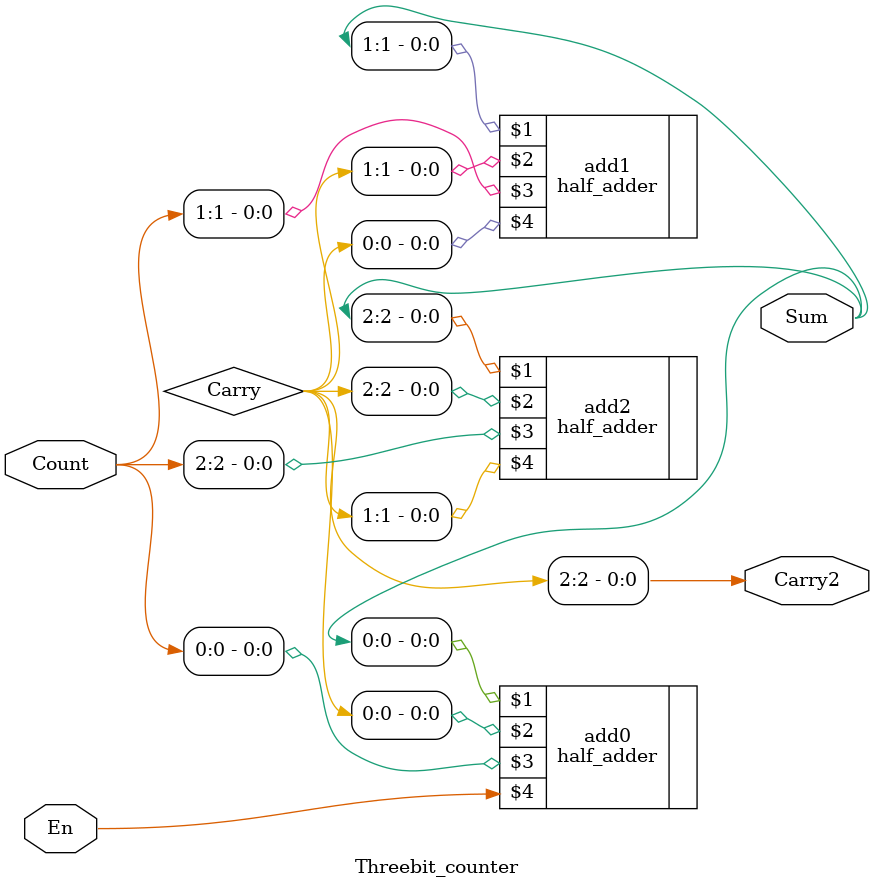
<source format=v>
`timescale 1ns / 1ps
`default_nettype none

/* This module describes a simple 3-bit up-counter using  *
*  half-adder modules built in the previous lab step      */

module up_counter(Count,Carry2,En,Clk,Rst);
    // count output needs to be a reg
    output reg [2:0] Count;
    output wire Carry2;
    // inputs are wires
    input wire En,Clk,Rst;
    
    // intermediate nets
    wire [2:0] Carry,Sum;
    
    // create and instantiate a wrapper for the 3-bit counter
    Threebit_counter UC1(Sum,Carry2,Count,En);
    
    // describe positive edge triggered flip-flop for count
    // including "posedge Rst" in the sensitivity list implies an asynchronous reset
    always@(posedge Clk or posedge Rst)
        if(Rst)     // if Rst == 1'b1
            Count <= 0; //reset count
        else        // otherwise latch sum
            Count <= Sum;
endmodule

module Threebit_counter(Sum,Carry2,Count,En);
    // first we declare the variables 
    input En;
    input [2:0]Count;
    output [2:0]Sum;
    output Carry2;
    wire [2:0] Carry;
    
    // instantiate and wire up half-adder
    half_adder add0(Sum[0],Carry[0],Count[0],En);
    half_adder add1(Sum[1],Carry[1],Count[1],Carry[0]);
    half_adder add2(Sum[2],Carry[2],Count[2],Carry[1]);
    
    // wire up Carry2
    assign Carry2 = Carry[2];
endmodule
</source>
